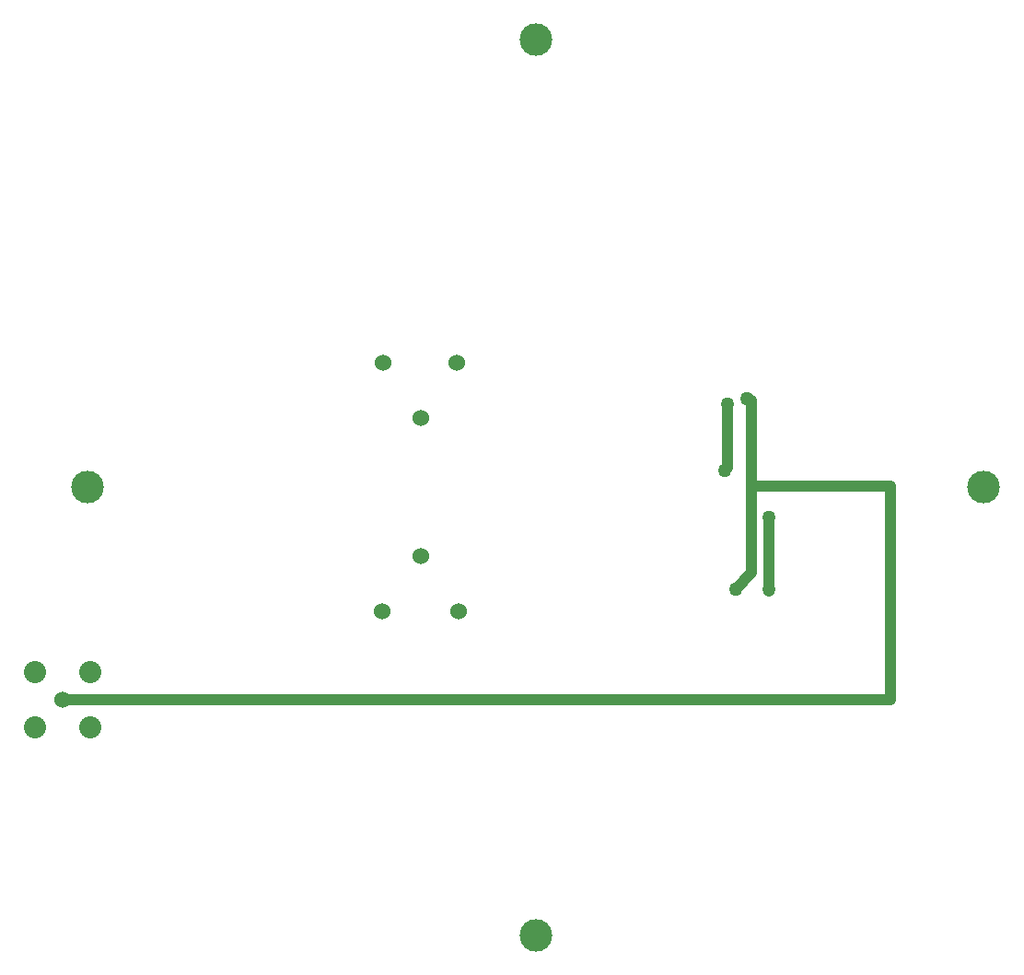
<source format=gtl>
%FSLAX44Y44*%
%MOMM*%
G71*
G01*
G75*
G04 Layer_Physical_Order=1*
G04 Layer_Color=255*
%ADD10C,1.0160*%
%ADD11C,0.2540*%
%ADD12C,3.0000*%
%ADD13C,1.1000*%
%ADD14C,1.7000*%
%ADD15C,1.2000*%
%ADD16C,1.5240*%
%ADD17C,2.0320*%
%ADD18C,1.2700*%
D10*
X1078228Y537689D02*
Y734060D01*
Y537689D02*
X317239D01*
X317250Y538447D02*
X314958Y538480D01*
X1078228Y734060D02*
X949958D01*
X966468Y637540D02*
Y638810D01*
Y704850D01*
X928368Y750570D02*
Y808990D01*
X949958Y734060D02*
Y812800D01*
Y654050D02*
Y734060D01*
Y654050D02*
X935353Y639445D01*
D11*
X928368Y750570D02*
X925828Y748030D01*
X951228Y814070D02*
X946148D01*
X951228D02*
X949958Y812800D01*
D12*
X1163839Y732689D02*
D03*
X751839Y320689D02*
D03*
Y1144689D02*
D03*
X339839Y732689D02*
D03*
D13*
X680954Y618389D02*
D03*
X679440Y846989D02*
D03*
X645954Y669189D02*
D03*
Y796189D02*
D03*
X611196Y846989D02*
D03*
X610954Y618389D02*
D03*
D14*
X342639Y512289D02*
D03*
Y563089D02*
D03*
X291839Y512289D02*
D03*
Y563089D02*
D03*
D15*
X317239Y537689D02*
D03*
D16*
X680954Y618389D02*
D03*
X645954Y669189D02*
D03*
X610954Y618389D02*
D03*
X611196Y846989D02*
D03*
X645954Y796189D02*
D03*
X679440Y846989D02*
D03*
X317239Y537689D02*
D03*
D17*
X342639Y563089D02*
D03*
Y512289D02*
D03*
X291839D02*
D03*
Y563089D02*
D03*
D18*
X925828Y748030D02*
D03*
X928368Y808990D02*
D03*
X966468Y704850D02*
D03*
Y638810D02*
D03*
X946148Y814070D02*
D03*
X935353Y639445D02*
D03*
M02*

</source>
